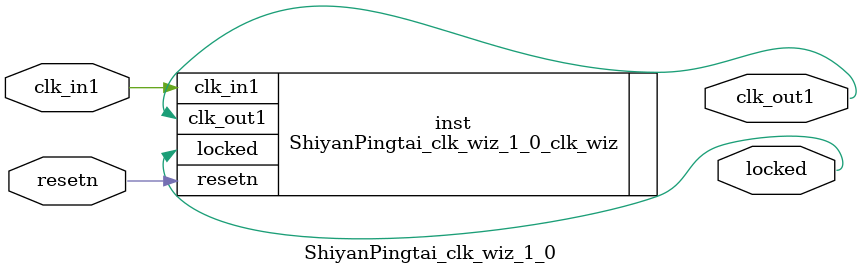
<source format=v>


`timescale 1ps/1ps

(* CORE_GENERATION_INFO = "ShiyanPingtai_clk_wiz_1_0,clk_wiz_v6_0_0_0,{component_name=ShiyanPingtai_clk_wiz_1_0,use_phase_alignment=true,use_min_o_jitter=false,use_max_i_jitter=false,use_dyn_phase_shift=false,use_inclk_switchover=false,use_dyn_reconfig=false,enable_axi=0,feedback_source=FDBK_AUTO,PRIMITIVE=MMCM,num_out_clk=1,clkin1_period=10.000,clkin2_period=10.000,use_power_down=false,use_reset=true,use_locked=true,use_inclk_stopped=false,feedback_type=SINGLE,CLOCK_MGR_TYPE=NA,manual_override=false}" *)

module ShiyanPingtai_clk_wiz_1_0 
 (
  // Clock out ports
  output        clk_out1,
  // Status and control signals
  input         resetn,
  output        locked,
 // Clock in ports
  input         clk_in1
 );

  ShiyanPingtai_clk_wiz_1_0_clk_wiz inst
  (
  // Clock out ports  
  .clk_out1(clk_out1),
  // Status and control signals               
  .resetn(resetn), 
  .locked(locked),
 // Clock in ports
  .clk_in1(clk_in1)
  );

endmodule

</source>
